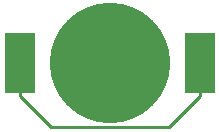
<source format=gbr>
%TF.GenerationSoftware,KiCad,Pcbnew,(5.1.10)-1*%
%TF.CreationDate,2021-09-28T21:44:29-07:00*%
%TF.ProjectId,TomasMendoza,546f6d61-734d-4656-9e64-6f7a612e6b69,rev?*%
%TF.SameCoordinates,Original*%
%TF.FileFunction,Copper,L2,Bot*%
%TF.FilePolarity,Positive*%
%FSLAX46Y46*%
G04 Gerber Fmt 4.6, Leading zero omitted, Abs format (unit mm)*
G04 Created by KiCad (PCBNEW (5.1.10)-1) date 2021-09-28 21:44:29*
%MOMM*%
%LPD*%
G01*
G04 APERTURE LIST*
%TA.AperFunction,SMDPad,CuDef*%
%ADD10C,10.200000*%
%TD*%
%TA.AperFunction,SMDPad,CuDef*%
%ADD11R,2.500000X5.100000*%
%TD*%
%TA.AperFunction,ViaPad*%
%ADD12C,0.800000*%
%TD*%
%TA.AperFunction,Conductor*%
%ADD13C,0.250000*%
%TD*%
G04 APERTURE END LIST*
D10*
%TO.P,BT3,2*%
%TO.N,GND*%
X171365001Y-95675001D03*
D11*
%TO.P,BT3,1*%
%TO.N,Net-(BT2-Pad2)*%
X178965001Y-95675001D03*
X163765001Y-95675001D03*
%TD*%
D12*
%TO.N,Net-(BT2-Pad2)*%
X163765001Y-95949999D03*
%TO.N,GND*%
X171365001Y-95675001D03*
%TD*%
D13*
%TO.N,Net-(BT2-Pad2)*%
X178965001Y-98475001D02*
X178965001Y-95675001D01*
X176340000Y-101100002D02*
X178965001Y-98475001D01*
X166390002Y-101100002D02*
X176340000Y-101100002D01*
X163765001Y-98475001D02*
X166390002Y-101100002D01*
X163765001Y-95675001D02*
X163765001Y-98475001D01*
%TD*%
M02*

</source>
